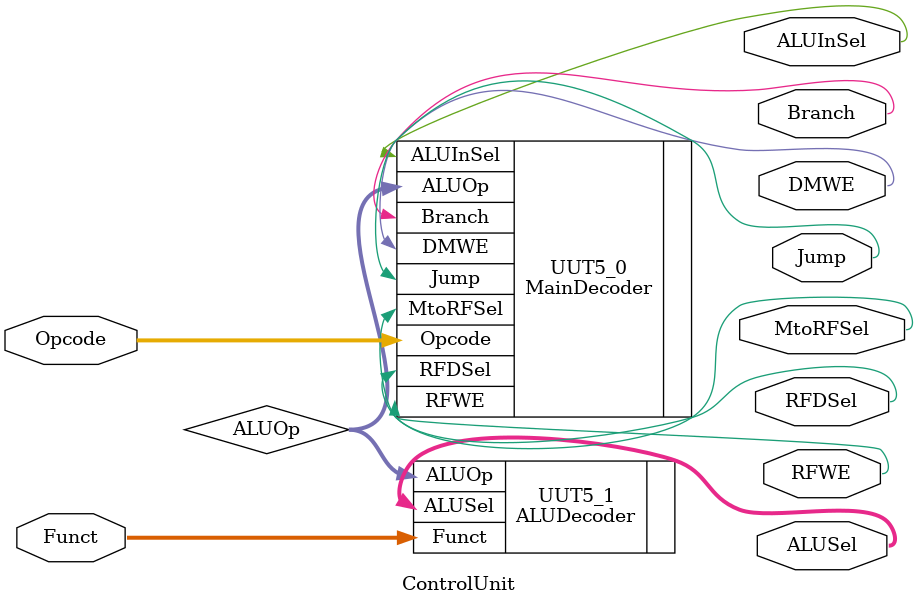
<source format=v>
`timescale 1ns / 1ps

module ControlUnit #(parameter AWL = 6, DWL = 32, DEPTH = 2**AWL)
                    (input [AWL-1:0] Opcode, 
                     input [AWL-1:0] Funct,
                     output [AWL-3:0] ALUSel,
                     output MtoRFSel, DMWE, 
                            Branch, ALUInSel, 
                            RFDSel, RFWE, Jump);
     
wire [AWL-5:0] ALUOp;
                     
MainDecoder #(.AWL(AWL), .DWL(DWL), .DEPTH(DEPTH)) 
            UUT5_0 (.Opcode(Opcode), .ALUOp(ALUOp), .MtoRFSel(MtoRFSel), 
                  .DMWE(DMWE), .Branch(Branch), .ALUInSel(ALUInSel), 
                  .RFDSel(RFDSel), .RFWE(RFWE), .Jump(Jump));
            
ALUDecoder  #(.AWL(AWL), .DWL(DWL), .DEPTH(DEPTH)) 
            UUT5_1 (.ALUOp(ALUOp), .Funct(Funct), .ALUSel(ALUSel));             
                     
endmodule

</source>
